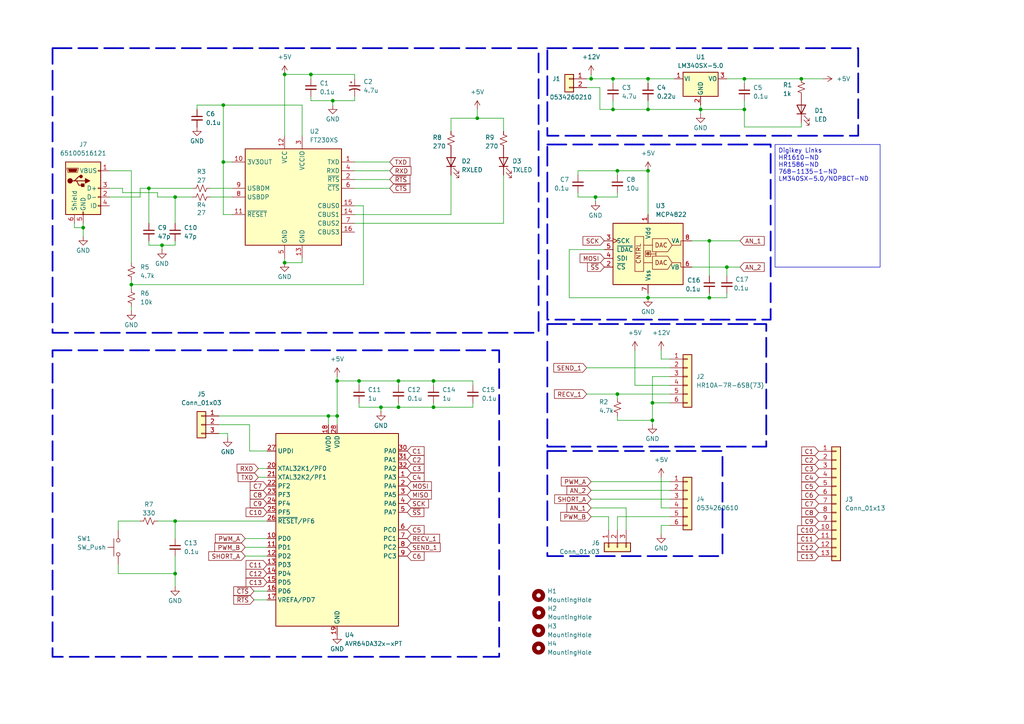
<source format=kicad_sch>
(kicad_sch (version 20231120) (generator "eeschema") (generator_version "8.0")
  (paper "A4")
  (lib_symbols
    (symbol "Analog_DAC:MCP4822" (pin_names (offset 1.016))
      (property "Reference" "U" (at -2.54 10.795 0))
      (property "Value" "MCP4822" (at -2.54 8.89 0))
      (symbol "MCP4822_0_0"
        (text "CNTRL" (at -2.032 -4.191 900) (effects (font (size 1.27 1.27)) (justify left bottom)))
        (text "DAC" (at 3.81 -3.81 0) (effects (font (size 1.27 1.27))))
        (text "DAC" (at 3.81 1.27 0) (effects (font (size 1.27 1.27))))
      )
      (symbol "MCP4822_1_1"
        (pin power_in line (at 0 10.16 270) (length 2.54) (name "Vdd") (number "1"))
        (pin input line (at -12.7 -5.08 0) (length 2.54) (name "~{CS}") (number "2"))
        (pin input clock (at -12.7 2.54 0) (length 2.54) (name "SCK") (number "3"))
        (pin input line (at -12.7 -2.54 0) (length 2.54) (name "SDI") (number "4"))
        (pin input line (at -12.7 0 0) (length 2.54) (name "~{LDAC}") (number "5"))
        (pin output line (at 12.7 -5.08 180) (length 2.54) (name "VB") (number "6"))
        (pin power_in line (at 0 -12.7 90) (length 2.54) (name "Vss") (number "7"))
        (pin output line (at 12.7 2.54 180) (length 2.54) (name "VA") (number "8"))
      )
    )
    (symbol "Connector:USB_B_Mini" (pin_names (offset 1.016))
      (property "Reference" "J" (at -5.08 11.43 0))
      (property "Value" "USB_B_Mini" (at -5.08 8.89 0))
      (symbol "USB_B_Mini_1_1"
        (pin power_out line (at 7.62 5.08 180) (length 2.54) (name "VBUS") (number "1"))
        (pin bidirectional line (at 7.62 -2.54 180) (length 2.54) (name "D-") (number "2"))
        (pin bidirectional line (at 7.62 0 180) (length 2.54) (name "D+") (number "3"))
        (pin passive line (at 7.62 -5.08 180) (length 2.54) (name "ID") (number "4"))
        (pin power_out line (at 0 -10.16 90) (length 2.54) (name "GND") (number "5"))
        (pin passive line (at -2.54 -10.16 90) (length 2.54) (name "Shield") (number "6"))
      )
    )
    (symbol "Connector_Generic:Conn_01x02" (pin_names (offset 1.016) hide)
      (property "Reference" "J" (at 0 2.54 0))
      (property "Value" "Conn_01x02" (at 0 -5.08 0))
      (symbol "Conn_01x02_1_1"
        (pin passive line (at -5.08 0 0) (length 3.81) (name "Pin_1") (number "1"))
        (pin passive line (at -5.08 -2.54 0) (length 3.81) (name "Pin_2") (number "2"))
      )
    )
    (symbol "Connector_Generic:Conn_01x03" (pin_names (offset 1.016) hide)
      (property "Reference" "J" (at 0 5.08 0))
      (property "Value" "Conn_01x03" (at 0 -5.08 0))
      (symbol "Conn_01x03_1_1"
        (pin passive line (at -5.08 2.54 0) (length 3.81) (name "Pin_1") (number "1"))
        (pin passive line (at -5.08 0 0) (length 3.81) (name "Pin_2") (number "2"))
        (pin passive line (at -5.08 -2.54 0) (length 3.81) (name "Pin_3") (number "3"))
      )
    )
    (symbol "Connector_Generic:Conn_01x06" (pin_names (offset 1.016) hide)
      (property "Reference" "J" (at 0 7.62 0))
      (property "Value" "Conn_01x06" (at 0 -10.16 0))
      (symbol "Conn_01x06_1_1"
        (pin passive line (at -5.08 5.08 0) (length 3.81) (name "Pin_1") (number "1"))
        (pin passive line (at -5.08 2.54 0) (length 3.81) (name "Pin_2") (number "2"))
        (pin passive line (at -5.08 0 0) (length 3.81) (name "Pin_3") (number "3"))
        (pin passive line (at -5.08 -2.54 0) (length 3.81) (name "Pin_4") (number "4"))
        (pin passive line (at -5.08 -5.08 0) (length 3.81) (name "Pin_5") (number "5"))
        (pin passive line (at -5.08 -7.62 0) (length 3.81) (name "Pin_6") (number "6"))
      )
    )
    (symbol "Connector_Generic:Conn_01x13" (pin_names (offset 1.016) hide)
      (property "Reference" "J" (at 0 17.78 0))
      (property "Value" "Conn_01x13" (at 0 -17.78 0))
      (symbol "Conn_01x13_1_1"
        (pin passive line (at -5.08 15.24 0) (length 3.81) (name "Pin_1") (number "1"))
        (pin passive line (at -5.08 -7.62 0) (length 3.81) (name "Pin_10") (number "10"))
        (pin passive line (at -5.08 -10.16 0) (length 3.81) (name "Pin_11") (number "11"))
        (pin passive line (at -5.08 -12.7 0) (length 3.81) (name "Pin_12") (number "12"))
        (pin passive line (at -5.08 -15.24 0) (length 3.81) (name "Pin_13") (number "13"))
        (pin passive line (at -5.08 12.7 0) (length 3.81) (name "Pin_2") (number "2"))
        (pin passive line (at -5.08 10.16 0) (length 3.81) (name "Pin_3") (number "3"))
        (pin passive line (at -5.08 7.62 0) (length 3.81) (name "Pin_4") (number "4"))
        (pin passive line (at -5.08 5.08 0) (length 3.81) (name "Pin_5") (number "5"))
        (pin passive line (at -5.08 2.54 0) (length 3.81) (name "Pin_6") (number "6"))
        (pin passive line (at -5.08 0 0) (length 3.81) (name "Pin_7") (number "7"))
        (pin passive line (at -5.08 -2.54 0) (length 3.81) (name "Pin_8") (number "8"))
        (pin passive line (at -5.08 -5.08 0) (length 3.81) (name "Pin_9") (number "9"))
      )
    )
    (symbol "Device:C_Polarized_Small_US" (pin_numbers hide) (pin_names (offset 0.254) hide)
      (property "Reference" "C" (at 0.254 1.778 0))
      (property "Value" "C_Polarized_Small_US" (at 0.254 -2.032 0))
      (symbol "C_Polarized_Small_US_1_1"
        (pin passive line (at 0 2.54 270) (length 2.032) (name "~") (number "1"))
        (pin passive line (at 0 -2.54 90) (length 2.032) (name "~") (number "2"))
      )
    )
    (symbol "Device:C_Small" (pin_numbers hide) (pin_names (offset 0.254) hide)
      (property "Reference" "C" (at 0.254 1.778 0))
      (property "Value" "C_Small" (at 0.254 -2.032 0))
      (symbol "C_Small_1_1"
        (pin passive line (at 0 2.54 270) (length 2.032) (name "~") (number "1"))
        (pin passive line (at 0 -2.54 90) (length 2.032) (name "~") (number "2"))
      )
    )
    (symbol "Device:LED" (pin_numbers hide) (pin_names (offset 1.016) hide)
      (property "Reference" "D" (at 0 2.54 0))
      (property "Value" "LED" (at 0 -2.54 0))
      (symbol "LED_1_1"
        (pin passive line (at -3.81 0 0) (length 2.54) (name "K") (number "1"))
        (pin passive line (at 3.81 0 180) (length 2.54) (name "A") (number "2"))
      )
    )
    (symbol "Device:R_Small_US" (pin_numbers hide) (pin_names (offset 0.254) hide)
      (property "Reference" "R" (at 0.762 0.508 0))
      (property "Value" "R_Small_US" (at 0.762 -1.016 0))
      (symbol "R_Small_US_1_1"
        (pin passive line (at 0 2.54 270) (length 1.016) (name "~") (number "1"))
        (pin passive line (at 0 -2.54 90) (length 1.016) (name "~") (number "2"))
      )
    )
    (symbol "Interface_USB:FT230XS"
      (property "Reference" "U" (at -13.97 15.24 0))
      (property "Value" "FT230XS" (at 7.62 15.24 0))
      (symbol "FT230XS_1_1"
        (pin output line (at 17.78 10.16 180) (length 3.81) (name "TXD") (number "1"))
        (pin power_out line (at -17.78 10.16 0) (length 3.81) (name "3V3OUT") (number "10"))
        (pin input line (at -17.78 -5.08 0) (length 3.81) (name "~{RESET}") (number "11"))
        (pin power_in line (at -2.54 17.78 270) (length 3.81) (name "VCC") (number "12"))
        (pin power_in line (at 2.54 -17.78 90) (length 3.81) (name "GND") (number "13"))
        (pin bidirectional line (at 17.78 -5.08 180) (length 3.81) (name "CBUS1") (number "14"))
        (pin bidirectional line (at 17.78 -2.54 180) (length 3.81) (name "CBUS0") (number "15"))
        (pin bidirectional line (at 17.78 -10.16 180) (length 3.81) (name "CBUS3") (number "16"))
        (pin output line (at 17.78 5.08 180) (length 3.81) (name "~{RTS}") (number "2"))
        (pin power_in line (at 2.54 17.78 270) (length 3.81) (name "VCCIO") (number "3"))
        (pin input line (at 17.78 7.62 180) (length 3.81) (name "RXD") (number "4"))
        (pin power_in line (at -2.54 -17.78 90) (length 3.81) (name "GND") (number "5"))
        (pin input line (at 17.78 2.54 180) (length 3.81) (name "~{CTS}") (number "6"))
        (pin bidirectional line (at 17.78 -7.62 180) (length 3.81) (name "CBUS2") (number "7"))
        (pin bidirectional line (at -17.78 0 0) (length 3.81) (name "USBDP") (number "8"))
        (pin bidirectional line (at -17.78 2.54 0) (length 3.81) (name "USBDM") (number "9"))
      )
    )
    (symbol "MCU_Microchip_AVR_Dx:AVR64DA32x-xPT"
      (property "Reference" "U" (at -17.78 29.21 0))
      (property "Value" "AVR64DA32x-xPT" (at 2.54 -29.21 0))
      (symbol "AVR64DA32x-xPT_1_1"
        (pin bidirectional line (at 20.32 15.24 180) (length 2.54) (name "PA3") (number "1"))
        (pin bidirectional line (at -20.32 -2.54 0) (length 2.54) (name "PD0") (number "10"))
        (pin bidirectional line (at -20.32 -5.08 0) (length 2.54) (name "PD1") (number "11"))
        (pin bidirectional line (at -20.32 -7.62 0) (length 2.54) (name "PD2") (number "12"))
        (pin bidirectional line (at -20.32 -10.16 0) (length 2.54) (name "PD3") (number "13"))
        (pin bidirectional line (at -20.32 -12.7 0) (length 2.54) (name "PD4") (number "14"))
        (pin bidirectional line (at -20.32 -15.24 0) (length 2.54) (name "PD5") (number "15"))
        (pin bidirectional line (at -20.32 -17.78 0) (length 2.54) (name "PD6") (number "16"))
        (pin bidirectional line (at -20.32 -20.32 0) (length 2.54) (name "VREFA/PD7") (number "17"))
        (pin power_in line (at -2.54 30.48 270) (length 2.54) (name "AVDD") (number "18"))
        (pin power_in line (at 0 -30.48 90) (length 2.54) (name "GND") (number "19"))
        (pin bidirectional line (at 20.32 12.7 180) (length 2.54) (name "PA4") (number "2"))
        (pin bidirectional line (at -20.32 17.78 0) (length 2.54) (name "XTAL32K1/PF0") (number "20"))
        (pin bidirectional line (at -20.32 15.24 0) (length 2.54) (name "XTAL32K2/PF1") (number "21"))
        (pin bidirectional line (at -20.32 12.7 0) (length 2.54) (name "PF2") (number "22"))
        (pin bidirectional line (at -20.32 10.16 0) (length 2.54) (name "PF3") (number "23"))
        (pin bidirectional line (at -20.32 7.62 0) (length 2.54) (name "PF4") (number "24"))
        (pin bidirectional line (at -20.32 5.08 0) (length 2.54) (name "PF5") (number "25"))
        (pin bidirectional line (at -20.32 2.54 0) (length 2.54) (name "~{RESET}/PF6") (number "26"))
        (pin input line (at -20.32 22.86 0) (length 2.54) (name "UPDI") (number "27"))
        (pin power_in line (at 0 30.48 270) (length 2.54) (name "VDD") (number "28"))
        (pin passive line (at 0 -30.48 90) (length 2.54) hide (name "GND") (number "29"))
        (pin bidirectional line (at 20.32 10.16 180) (length 2.54) (name "PA5") (number "3"))
        (pin bidirectional line (at 20.32 22.86 180) (length 2.54) (name "PA0") (number "30"))
        (pin bidirectional line (at 20.32 20.32 180) (length 2.54) (name "PA1") (number "31"))
        (pin bidirectional line (at 20.32 17.78 180) (length 2.54) (name "PA2") (number "32"))
        (pin bidirectional line (at 20.32 7.62 180) (length 2.54) (name "PA6") (number "4"))
        (pin bidirectional line (at 20.32 5.08 180) (length 2.54) (name "PA7") (number "5"))
        (pin bidirectional line (at 20.32 0 180) (length 2.54) (name "PC0") (number "6"))
        (pin bidirectional line (at 20.32 -2.54 180) (length 2.54) (name "PC1") (number "7"))
        (pin bidirectional line (at 20.32 -5.08 180) (length 2.54) (name "PC2") (number "8"))
        (pin bidirectional line (at 20.32 -7.62 180) (length 2.54) (name "PC3") (number "9"))
      )
    )
    (symbol "Mechanical:MountingHole" (pin_names (offset 1.016)) (exclude_from_sim yes) (in_bom no)
      (property "Reference" "H" (at 0 5.08 0))
      (property "Value" "MountingHole" (at 0 3.175 0))
    )
    (symbol "Regulator_Linear:LT1129-5.0_SOT223" (pin_names (offset 0.254))
      (property "Reference" "U" (at -3.81 3.175 0))
      (property "Value" "LT1129-5.0_SOT223" (at 0 3.175 0))
      (symbol "LT1129-5.0_SOT223_1_1"
        (pin power_in line (at -7.62 0 0) (length 2.54) (name "VI") (number "1"))
        (pin power_in line (at 0 -7.62 90) (length 2.54) (name "GND") (number "2"))
        (pin power_out line (at 7.62 0 180) (length 2.54) (name "VO") (number "3"))
      )
    )
    (symbol "Switch:SW_Push" (pin_numbers hide) (pin_names (offset 1.016) hide)
      (property "Reference" "SW" (at 1.27 2.54 0))
      (property "Value" "SW_Push" (at 0 -1.524 0))
      (symbol "SW_Push_0_1"
        (pin passive line (at -5.08 0 0) (length 2.54) (name "1") (number "1"))
        (pin passive line (at 5.08 0 180) (length 2.54) (name "2") (number "2"))
      )
    )
    (symbol "power:+12V" (power) (pin_numbers hide) (pin_names (offset 0) hide)
      (property "Value" "+12V" (at 0 3.556 0))
      (symbol "+12V_1_1"
        (pin power_in line (at 0 0 90) (length 0) (name "~") (number "1"))
      )
    )
    (symbol "power:+5V" (power) (pin_numbers hide) (pin_names (offset 0) hide)
      (property "Value" "+5V" (at 0 3.556 0))
      (symbol "+5V_1_1"
        (pin power_in line (at 0 0 90) (length 0) (name "~") (number "1"))
      )
    )
    (symbol "power:GND" (power) (pin_numbers hide) (pin_names (offset 0) hide)
      (property "Value" "GND" (at 0 -3.81 0))
      (symbol "GND_1_1"
        (pin power_in line (at 0 0 270) (length 0) (name "~") (number "1"))
      )
    )
  )
  (junction (at 115.57 118.11))
  (junction (at 104.14 110.49))
  (junction (at 97.79 120.65))
  (junction (at 64.77 30.48))
  (junction (at 189.23 121.92))
  (junction (at 46.99 71.12))
  (junction (at 187.96 22.86))
  (junction (at 82.55 21.59))
  (junction (at 90.17 21.59))
  (junction (at 232.41 22.86))
  (junction (at 43.18 54.61))
  (junction (at 24.13 66.04))
  (junction (at 38.1 82.55))
  (junction (at 50.8 57.15))
  (junction (at 205.74 86.36))
  (junction (at 205.74 69.85))
  (junction (at 82.55 76.2))
  (junction (at 203.2 31.75))
  (junction (at 96.52 29.21))
  (junction (at 187.96 49.53))
  (junction (at 215.9 22.86))
  (junction (at 187.96 31.75))
  (junction (at 64.77 46.99))
  (junction (at 138.43 34.29))
  (junction (at 95.25 120.65))
  (junction (at 125.73 110.49))
  (junction (at 177.8 31.75))
  (junction (at 215.9 31.75))
  (junction (at 110.49 118.11))
  (junction (at 187.96 86.36))
  (junction (at 171.45 22.86))
  (junction (at 210.82 77.47))
  (junction (at 179.07 114.3))
  (junction (at 177.8 22.86))
  (junction (at 97.79 110.49))
  (junction (at 115.57 110.49))
  (junction (at 179.07 49.53))
  (junction (at 172.72 57.15))
  (junction (at 189.23 116.84))
  (junction (at 50.8 151.13))
  (junction (at 50.8 166.37))
  (junction (at 125.73 118.11))
  (wire (pts (xy 215.9 31.75) (xy 215.9 29.21)))
  (wire (pts (xy 97.79 120.65) (xy 97.79 123.19)))
  (wire (pts (xy 203.2 31.75) (xy 215.9 31.75)))
  (wire (pts (xy 179.07 149.86) (xy 194.31 149.86)))
  (wire (pts (xy 64.77 46.99) (xy 67.31 46.99)))
  (wire (pts (xy 205.74 86.36) (xy 210.82 86.36)))
  (wire (pts (xy 146.05 64.77) (xy 102.87 64.77)))
  (wire (pts (xy 170.18 22.86) (xy 171.45 22.86)))
  (wire (pts (xy 125.73 118.11) (xy 137.16 118.11)))
  (wire (pts (xy 177.8 22.86) (xy 187.96 22.86)))
  (wire (pts (xy 64.77 30.48) (xy 64.77 46.99)))
  (wire (pts (xy 72.39 130.81) (xy 77.47 130.81)))
  (wire (pts (xy 43.18 69.85) (xy 43.18 71.12)))
  (wire (pts (xy 115.57 118.11) (xy 125.73 118.11)))
  (wire (pts (xy 104.14 116.84) (xy 104.14 118.11)))
  (wire (pts (xy 71.12 156.21) (xy 77.47 156.21)))
  (wire (pts (xy 179.07 49.53) (xy 179.07 50.8)))
  (wire (pts (xy 102.87 54.61) (xy 113.03 54.61)))
  (wire (pts (xy 130.81 62.23) (xy 102.87 62.23)))
  (wire (pts (xy 184.15 111.76) (xy 194.31 111.76)))
  (wire (pts (xy 189.23 109.22) (xy 189.23 116.84)))
  (wire (pts (xy 171.45 142.24) (xy 194.31 142.24)))
  (wire (pts (xy 187.96 29.21) (xy 187.96 31.75)))
  (wire (pts (xy 110.49 118.11) (xy 110.49 119.38)))
  (wire (pts (xy 130.81 50.8) (xy 130.81 62.23)))
  (wire (pts (xy 102.87 46.99) (xy 113.03 46.99)))
  (wire (pts (xy 191.77 101.6) (xy 191.77 104.14)))
  (wire (pts (xy 40.64 54.61) (xy 43.18 54.61)))
  (wire (pts (xy 66.04 125.73) (xy 66.04 127)))
  (wire (pts (xy 210.82 22.86) (xy 215.9 22.86)))
  (wire (pts (xy 34.29 166.37) (xy 34.29 163.83)))
  (wire (pts (xy 90.17 27.94) (xy 90.17 29.21)))
  (wire (pts (xy 50.8 57.15) (xy 50.8 64.77)))
  (wire (pts (xy 97.79 110.49) (xy 97.79 120.65)))
  (wire (pts (xy 34.29 166.37) (xy 50.8 166.37)))
  (wire (pts (xy 115.57 110.49) (xy 125.73 110.49)))
  (wire (pts (xy 102.87 52.07) (xy 113.03 52.07)))
  (wire (pts (xy 189.23 116.84) (xy 194.31 116.84)))
  (wire (pts (xy 34.29 151.13) (xy 34.29 153.67)))
  (wire (pts (xy 187.96 62.23) (xy 187.96 49.53)))
  (wire (pts (xy 177.8 29.21) (xy 177.8 31.75)))
  (wire (pts (xy 95.25 123.19) (xy 95.25 120.65)))
  (wire (pts (xy 189.23 121.92) (xy 189.23 116.84)))
  (wire (pts (xy 110.49 118.11) (xy 115.57 118.11)))
  (wire (pts (xy 203.2 31.75) (xy 203.2 33.02)))
  (wire (pts (xy 82.55 21.59) (xy 90.17 21.59)))
  (wire (pts (xy 187.96 24.13) (xy 187.96 22.86)))
  (wire (pts (xy 46.99 71.12) (xy 46.99 72.39)))
  (wire (pts (xy 71.12 158.75) (xy 77.47 158.75)))
  (wire (pts (xy 21.59 66.04) (xy 24.13 66.04)))
  (wire (pts (xy 179.07 121.92) (xy 189.23 121.92)))
  (wire (pts (xy 125.73 116.84) (xy 125.73 118.11)))
  (wire (pts (xy 179.07 114.3) (xy 194.31 114.3)))
  (wire (pts (xy 87.63 30.48) (xy 64.77 30.48)))
  (wire (pts (xy 167.64 57.15) (xy 167.64 55.88)))
  (wire (pts (xy 215.9 36.83) (xy 232.41 36.83)))
  (wire (pts (xy 38.1 82.55) (xy 38.1 81.28)))
  (wire (pts (xy 72.39 130.81) (xy 72.39 123.19)))
  (wire (pts (xy 179.07 120.65) (xy 179.07 121.92)))
  (wire (pts (xy 40.64 57.15) (xy 40.64 54.61)))
  (wire (pts (xy 210.82 86.36) (xy 210.82 85.09)))
  (wire (pts (xy 97.79 109.22) (xy 97.79 110.49)))
  (wire (pts (xy 200.66 77.47) (xy 210.82 77.47)))
  (wire (pts (xy 45.72 55.88) (xy 35.56 55.88)))
  (wire (pts (xy 45.72 57.15) (xy 45.72 55.88)))
  (wire (pts (xy 90.17 29.21) (xy 96.52 29.21)))
  (wire (pts (xy 71.12 161.29) (xy 77.47 161.29)))
  (wire (pts (xy 165.1 72.39) (xy 165.1 86.36)))
  (wire (pts (xy 187.96 22.86) (xy 195.58 22.86)))
  (wire (pts (xy 179.07 49.53) (xy 167.64 49.53)))
  (wire (pts (xy 104.14 110.49) (xy 115.57 110.49)))
  (wire (pts (xy 171.45 147.32) (xy 181.61 147.32)))
  (wire (pts (xy 215.9 22.86) (xy 215.9 24.13)))
  (wire (pts (xy 189.23 109.22) (xy 194.31 109.22)))
  (wire (pts (xy 176.53 149.86) (xy 176.53 153.67)))
  (wire (pts (xy 57.15 30.48) (xy 57.15 31.75)))
  (wire (pts (xy 43.18 54.61) (xy 43.18 64.77)))
  (wire (pts (xy 38.1 82.55) (xy 105.41 82.55)))
  (wire (pts (xy 210.82 77.47) (xy 214.63 77.47)))
  (wire (pts (xy 87.63 39.37) (xy 87.63 30.48)))
  (wire (pts (xy 171.45 139.7) (xy 194.31 139.7)))
  (wire (pts (xy 73.66 171.45) (xy 77.47 171.45)))
  (wire (pts (xy 72.39 123.19) (xy 63.5 123.19)))
  (wire (pts (xy 191.77 138.43) (xy 191.77 147.32)))
  (wire (pts (xy 175.26 72.39) (xy 165.1 72.39)))
  (wire (pts (xy 205.74 86.36) (xy 205.74 85.09)))
  (wire (pts (xy 189.23 123.19) (xy 189.23 121.92)))
  (wire (pts (xy 43.18 71.12) (xy 46.99 71.12)))
  (wire (pts (xy 43.18 54.61) (xy 55.88 54.61)))
  (wire (pts (xy 171.45 21.59) (xy 171.45 22.86)))
  (wire (pts (xy 38.1 90.17) (xy 38.1 88.9)))
  (wire (pts (xy 64.77 30.48) (xy 57.15 30.48)))
  (wire (pts (xy 130.81 34.29) (xy 130.81 38.1)))
  (wire (pts (xy 21.59 64.77) (xy 21.59 66.04)))
  (wire (pts (xy 46.99 71.12) (xy 50.8 71.12)))
  (wire (pts (xy 50.8 151.13) (xy 77.47 151.13)))
  (wire (pts (xy 179.07 114.3) (xy 179.07 115.57)))
  (wire (pts (xy 187.96 86.36) (xy 205.74 86.36)))
  (wire (pts (xy 45.72 151.13) (xy 50.8 151.13)))
  (wire (pts (xy 35.56 54.61) (xy 31.75 54.61)))
  (wire (pts (xy 179.07 55.88) (xy 179.07 57.15)))
  (wire (pts (xy 181.61 147.32) (xy 181.61 153.67)))
  (wire (pts (xy 67.31 62.23) (xy 64.77 62.23)))
  (wire (pts (xy 170.18 114.3) (xy 179.07 114.3)))
  (wire (pts (xy 50.8 161.29) (xy 50.8 166.37)))
  (wire (pts (xy 125.73 110.49) (xy 125.73 111.76)))
  (wire (pts (xy 40.64 151.13) (xy 34.29 151.13)))
  (wire (pts (xy 137.16 118.11) (xy 137.16 116.84)))
  (wire (pts (xy 74.93 135.89) (xy 77.47 135.89)))
  (wire (pts (xy 104.14 118.11) (xy 110.49 118.11)))
  (wire (pts (xy 167.64 49.53) (xy 167.64 50.8)))
  (wire (pts (xy 38.1 76.2) (xy 38.1 49.53)))
  (wire (pts (xy 187.96 85.09) (xy 187.96 86.36)))
  (wire (pts (xy 97.79 120.65) (xy 95.25 120.65)))
  (wire (pts (xy 105.41 59.69) (xy 105.41 82.55)))
  (wire (pts (xy 50.8 57.15) (xy 45.72 57.15)))
  (wire (pts (xy 170.18 25.4) (xy 173.99 25.4)))
  (wire (pts (xy 173.99 25.4) (xy 173.99 31.75)))
  (wire (pts (xy 63.5 125.73) (xy 66.04 125.73)))
  (wire (pts (xy 179.07 49.53) (xy 187.96 49.53)))
  (wire (pts (xy 172.72 57.15) (xy 167.64 57.15)))
  (wire (pts (xy 24.13 66.04) (xy 24.13 64.77)))
  (wire (pts (xy 232.41 22.86) (xy 238.76 22.86)))
  (wire (pts (xy 102.87 27.94) (xy 102.87 29.21)))
  (wire (pts (xy 64.77 46.99) (xy 64.77 62.23)))
  (wire (pts (xy 177.8 22.86) (xy 177.8 24.13)))
  (wire (pts (xy 90.17 21.59) (xy 102.87 21.59)))
  (wire (pts (xy 173.99 31.75) (xy 177.8 31.75)))
  (wire (pts (xy 146.05 50.8) (xy 146.05 64.77)))
  (wire (pts (xy 82.55 74.93) (xy 82.55 76.2)))
  (wire (pts (xy 177.8 31.75) (xy 187.96 31.75)))
  (wire (pts (xy 215.9 22.86) (xy 232.41 22.86)))
  (wire (pts (xy 125.73 110.49) (xy 137.16 110.49)))
  (wire (pts (xy 104.14 110.49) (xy 104.14 111.76)))
  (wire (pts (xy 146.05 34.29) (xy 146.05 38.1)))
  (wire (pts (xy 179.07 153.67) (xy 179.07 149.86)))
  (wire (pts (xy 102.87 59.69) (xy 105.41 59.69)))
  (wire (pts (xy 24.13 66.04) (xy 24.13 68.58)))
  (wire (pts (xy 90.17 21.59) (xy 90.17 22.86)))
  (wire (pts (xy 171.45 144.78) (xy 194.31 144.78)))
  (wire (pts (xy 172.72 57.15) (xy 172.72 58.42)))
  (wire (pts (xy 170.18 106.68) (xy 194.31 106.68)))
  (wire (pts (xy 138.43 34.29) (xy 146.05 34.29)))
  (wire (pts (xy 165.1 86.36) (xy 187.96 86.36)))
  (wire (pts (xy 102.87 49.53) (xy 113.03 49.53)))
  (wire (pts (xy 74.93 138.43) (xy 77.47 138.43)))
  (wire (pts (xy 200.66 69.85) (xy 205.74 69.85)))
  (wire (pts (xy 187.96 31.75) (xy 203.2 31.75)))
  (wire (pts (xy 35.56 55.88) (xy 35.56 54.61)))
  (wire (pts (xy 205.74 69.85) (xy 205.74 80.01)))
  (wire (pts (xy 31.75 57.15) (xy 40.64 57.15)))
  (wire (pts (xy 191.77 152.4) (xy 191.77 154.94)))
  (wire (pts (xy 50.8 166.37) (xy 50.8 170.18)))
  (wire (pts (xy 171.45 22.86) (xy 177.8 22.86)))
  (wire (pts (xy 184.15 101.6) (xy 184.15 111.76)))
  (wire (pts (xy 115.57 110.49) (xy 115.57 111.76)))
  (wire (pts (xy 194.31 147.32) (xy 191.77 147.32)))
  (wire (pts (xy 50.8 151.13) (xy 50.8 156.21)))
  (wire (pts (xy 97.79 110.49) (xy 104.14 110.49)))
  (wire (pts (xy 63.5 120.65) (xy 95.25 120.65)))
  (wire (pts (xy 87.63 76.2) (xy 82.55 76.2)))
  (wire (pts (xy 60.96 54.61) (xy 67.31 54.61)))
  (wire (pts (xy 171.45 149.86) (xy 176.53 149.86)))
  (wire (pts (xy 179.07 57.15) (xy 172.72 57.15)))
  (wire (pts (xy 210.82 77.47) (xy 210.82 80.01)))
  (wire (pts (xy 215.9 31.75) (xy 215.9 36.83)))
  (wire (pts (xy 191.77 104.14) (xy 194.31 104.14)))
  (wire (pts (xy 50.8 71.12) (xy 50.8 69.85)))
  (wire (pts (xy 138.43 34.29) (xy 130.81 34.29)))
  (wire (pts (xy 50.8 57.15) (xy 55.88 57.15)))
  (wire (pts (xy 60.96 57.15) (xy 67.31 57.15)))
  (wire (pts (xy 38.1 83.82) (xy 38.1 82.55)))
  (wire (pts (xy 82.55 39.37) (xy 82.55 21.59)))
  (wire (pts (xy 191.77 152.4) (xy 194.31 152.4)))
  (wire (pts (xy 203.2 30.48) (xy 203.2 31.75)))
  (wire (pts (xy 96.52 29.21) (xy 96.52 30.48)))
  (wire (pts (xy 115.57 118.11) (xy 115.57 116.84)))
  (wire (pts (xy 138.43 31.75) (xy 138.43 34.29)))
  (wire (pts (xy 73.66 173.99) (xy 77.47 173.99)))
  (wire (pts (xy 232.41 36.83) (xy 232.41 35.56)))
  (wire (pts (xy 87.63 74.93) (xy 87.63 76.2)))
  (wire (pts (xy 38.1 49.53) (xy 31.75 49.53)))
  (wire (pts (xy 96.52 29.21) (xy 102.87 29.21)))
  (wire (pts (xy 137.16 110.49) (xy 137.16 111.76)))
  (wire (pts (xy 205.74 69.85) (xy 214.63 69.85)))
  (wire (pts (xy 102.87 21.59) (xy 102.87 22.86)))
  (rectangle (start 158.75 93.98) (end 222.25 129.54) (stroke (width 0.5) (type dash)))
  (rectangle (start 158.75 41.91) (end 223.52 92.71) (stroke (width 0.5) (type dash)))
  (rectangle (start 15.24 13.97) (end 156.21 96.52) (stroke (width 0.5) (type dash)))
  (rectangle (start 158.75 13.97) (end 248.92 39.37) (stroke (width 0.5) (type dash)))
  (rectangle (start 158.75 130.81) (end 209.55 161.29) (stroke (width 0.5) (type dash)))
  (rectangle (start 15.24 101.6) (end 144.78 190.5) (stroke (width 0.5) (type dash)))
  (text_box "Digikey Links\nHR1610-ND\nHR1586-ND\n768-1135-1-ND\nLM340SX-5.0/NOPBCT-ND" (at 224.79 41.91 0) (size 30.48 35.56) (effects (font (size 1.27 1.27)) (justify left top)))
  (global_label "RXD" (shape input) (at 113.03 49.53 0) (property "Intersheetrefs" "${INTERSHEET_REFS}" (effects (hide yes))))
  (global_label "C11" (shape input) (at 237.4325 156.2833 180) (property "Intersheetrefs" "${INTERSHEET_REFS}" (effects (hide yes))))
  (global_label "PWM_A" (shape input) (at 171.45 139.7 180) (property "Intersheetrefs" "${INTERSHEET_REFS}" (effects (hide yes))))
  (global_label "SEND_1" (shape input) (at 170.18 106.68 180) (property "Intersheetrefs" "${INTERSHEET_REFS}" (effects (hide yes))))
  (global_label "C13" (shape input) (at 77.47 168.91 180) (property "Intersheetrefs" "${INTERSHEET_REFS}" (effects (hide yes))))
  (global_label "SCK" (shape input) (at 175.26 69.85 180) (property "Intersheetrefs" "${INTERSHEET_REFS}" (effects (hide yes))))
  (global_label "C6" (shape input) (at 118.11 161.29 0) (property "Intersheetrefs" "${INTERSHEET_REFS}" (effects (hide yes))))
  (global_label "C10" (shape input) (at 237.4325 153.7433 180) (property "Intersheetrefs" "${INTERSHEET_REFS}" (effects (hide yes))))
  (global_label "~{CTS}" (shape input) (at 113.03 54.61 0) (property "Intersheetrefs" "${INTERSHEET_REFS}" (effects (hide yes))))
  (global_label "TXD" (shape input) (at 74.93 138.43 180) (property "Intersheetrefs" "${INTERSHEET_REFS}" (effects (hide yes))))
  (global_label "TXD" (shape input) (at 113.03 46.99 0) (property "Intersheetrefs" "${INTERSHEET_REFS}" (effects (hide yes))))
  (global_label "C8" (shape input) (at 237.4325 148.6633 180) (property "Intersheetrefs" "${INTERSHEET_REFS}" (effects (hide yes))))
  (global_label "SHORT_A" (shape input) (at 71.12 161.29 180) (property "Intersheetrefs" "${INTERSHEET_REFS}" (effects (hide yes))))
  (global_label "AN_1" (shape input) (at 214.63 69.85 0) (property "Intersheetrefs" "${INTERSHEET_REFS}" (effects (hide yes))))
  (global_label "PWM_A" (shape input) (at 71.12 156.21 180) (property "Intersheetrefs" "${INTERSHEET_REFS}" (effects (hide yes))))
  (global_label "PWM_B" (shape input) (at 171.45 149.86 180) (property "Intersheetrefs" "${INTERSHEET_REFS}" (effects (hide yes))))
  (global_label "MOSI" (shape input) (at 175.26 74.93 180) (property "Intersheetrefs" "${INTERSHEET_REFS}" (effects (hide yes))))
  (global_label "C1" (shape input) (at 118.11 130.81 0) (property "Intersheetrefs" "${INTERSHEET_REFS}" (effects (hide yes))))
  (global_label "C5" (shape input) (at 118.11 153.67 0) (property "Intersheetrefs" "${INTERSHEET_REFS}" (effects (hide yes))))
  (global_label "C12" (shape input) (at 237.4325 158.8233 180) (property "Intersheetrefs" "${INTERSHEET_REFS}" (effects (hide yes))))
  (global_label "RECV_1" (shape input) (at 170.18 114.3 180) (property "Intersheetrefs" "${INTERSHEET_REFS}" (effects (hide yes))))
  (global_label "C9" (shape input) (at 237.4325 151.2033 180) (property "Intersheetrefs" "${INTERSHEET_REFS}" (effects (hide yes))))
  (global_label "C7" (shape input) (at 77.47 140.97 180) (property "Intersheetrefs" "${INTERSHEET_REFS}" (effects (hide yes))))
  (global_label "RXD" (shape input) (at 74.93 135.89 180) (property "Intersheetrefs" "${INTERSHEET_REFS}" (effects (hide yes))))
  (global_label "~{CTS}" (shape input) (at 73.66 171.45 180) (property "Intersheetrefs" "${INTERSHEET_REFS}" (effects (hide yes))))
  (global_label "C8" (shape input) (at 77.47 143.51 180) (property "Intersheetrefs" "${INTERSHEET_REFS}" (effects (hide yes))))
  (global_label "C3" (shape input) (at 118.11 135.89 0) (property "Intersheetrefs" "${INTERSHEET_REFS}" (effects (hide yes))))
  (global_label "C6" (shape input) (at 237.4325 143.5833 180) (property "Intersheetrefs" "${INTERSHEET_REFS}" (effects (hide yes))))
  (global_label "~{RTS}" (shape input) (at 73.66 173.99 180) (property "Intersheetrefs" "${INTERSHEET_REFS}" (effects (hide yes))))
  (global_label "C11" (shape input) (at 77.47 163.83 180) (property "Intersheetrefs" "${INTERSHEET_REFS}" (effects (hide yes))))
  (global_label "C13" (shape input) (at 237.4325 161.3633 180) (property "Intersheetrefs" "${INTERSHEET_REFS}" (effects (hide yes))))
  (global_label "C2" (shape input) (at 237.4325 133.4233 180) (property "Intersheetrefs" "${INTERSHEET_REFS}" (effects (hide yes))))
  (global_label "SCK" (shape input) (at 118.11 146.05 0) (property "Intersheetrefs" "${INTERSHEET_REFS}" (effects (hide yes))))
  (global_label "C4" (shape input) (at 118.11 138.43 0) (property "Intersheetrefs" "${INTERSHEET_REFS}" (effects (hide yes))))
  (global_label "~{SS}" (shape input) (at 118.11 148.59 0) (property "Intersheetrefs" "${INTERSHEET_REFS}" (effects (hide yes))))
  (global_label "AN_2" (shape input) (at 171.45 142.24 180) (property "Intersheetrefs" "${INTERSHEET_REFS}" (effects (hide yes))))
  (global_label "SHORT_A" (shape input) (at 171.45 144.78 180) (property "Intersheetrefs" "${INTERSHEET_REFS}" (effects (hide yes))))
  (global_label "MISO" (shape input) (at 118.11 143.51 0) (property "Intersheetrefs" "${INTERSHEET_REFS}" (effects (hide yes))))
  (global_label "SEND_1" (shape input) (at 118.11 158.75 0) (property "Intersheetrefs" "${INTERSHEET_REFS}" (effects (hide yes))))
  (global_label "MOSI" (shape input) (at 118.11 140.97 0) (property "Intersheetrefs" "${INTERSHEET_REFS}" (effects (hide yes))))
  (global_label "PWM_B" (shape input) (at 71.12 158.75 180) (property "Intersheetrefs" "${INTERSHEET_REFS}" (effects (hide yes))))
  (global_label "~{SS}" (shape input) (at 175.26 77.47 180) (property "Intersheetrefs" "${INTERSHEET_REFS}" (effects (hide yes))))
  (global_label "C2" (shape input) (at 118.11 133.35 0) (property "Intersheetrefs" "${INTERSHEET_REFS}" (effects (hide yes))))
  (global_label "AN_1" (shape input) (at 171.45 147.32 180) (property "Intersheetrefs" "${INTERSHEET_REFS}" (effects (hide yes))))
  (global_label "C1" (shape input) (at 237.4325 130.8833 180) (property "Intersheetrefs" "${INTERSHEET_REFS}" (effects (hide yes))))
  (global_label "C12" (shape input) (at 77.47 166.37 180) (property "Intersheetrefs" "${INTERSHEET_REFS}" (effects (hide yes))))
  (global_label "C10" (shape input) (at 77.47 148.59 180) (property "Intersheetrefs" "${INTERSHEET_REFS}" (effects (hide yes))))
  (global_label "C4" (shape input) (at 237.4325 138.5033 180) (property "Intersheetrefs" "${INTERSHEET_REFS}" (effects (hide yes))))
  (global_label "RECV_1" (shape input) (at 118.11 156.21 0) (property "Intersheetrefs" "${INTERSHEET_REFS}" (effects (hide yes))))
  (global_label "C3" (shape input) (at 237.4325 135.9633 180) (property "Intersheetrefs" "${INTERSHEET_REFS}" (effects (hide yes))))
  (global_label "~{RTS}" (shape input) (at 113.03 52.07 0) (property "Intersheetrefs" "${INTERSHEET_REFS}" (effects (hide yes))))
  (global_label "AN_2" (shape input) (at 214.63 77.47 0) (property "Intersheetrefs" "${INTERSHEET_REFS}" (effects (hide yes))))
  (global_label "C7" (shape input) (at 237.4325 146.1233 180) (property "Intersheetrefs" "${INTERSHEET_REFS}" (effects (hide yes))))
  (global_label "C5" (shape input) (at 237.4325 141.0433 180) (property "Intersheetrefs" "${INTERSHEET_REFS}" (effects (hide yes))))
  (global_label "C9" (shape input) (at 77.47 146.05 180) (property "Intersheetrefs" "${INTERSHEET_REFS}" (effects (hide yes))))
  (symbol (lib_id "Device:C_Small") (at 104.14 114.3 0) (unit 1)
    (property "Reference" "C11" (at 106.68 113.0362 0) (effects (justify left)))
    (property "Value" "1u" (at 106.68 115.5762 0) (effects (justify left)))
    (property "Footprint" "Capacitor_SMD:C_0805_2012Metric" (effects (hide yes)))
    (property "Description" "Unpolarized capacitor, small symbol" (effects (hide yes)))
  )
  (symbol (lib_id "Device:C_Polarized_Small_US") (at 102.87 25.4 0) (unit 1)
    (property "Reference" "C2" (at 105.41 23.6981 0) (effects (justify left)))
    (property "Value" "4.7u" (at 105.41 26.2381 0) (effects (justify left)))
    (property "Footprint" "Capacitor_SMD:C_0805_2012Metric" (effects (hide yes)))
    (property "Description" "Polarized capacitor, small US symbol" (effects (hide yes)))
  )
  (symbol (lib_id "power:+12V") (at 171.45 21.59 0) (unit 1)
    (property "Reference" "#PWR02" (effects (hide yes)))
    (property "Value" "+12V" (at 171.45 16.51 0))
    (property "Description" "Power symbol creates a global label with name \"+12V\"" (effects (hide yes)))
  )
  (symbol (lib_id "Switch:SW_Push") (at 34.29 158.75 90) (unit 1)
    (property "Reference" "SW1" (at 22.352 156.21 90) (effects (justify right)))
    (property "Value" "SW_Push" (at 22.352 158.75 90) (effects (justify right)))
    (property "Footprint" "Button_Switch_SMD:SW_SPST_FSMSM" (effects (hide yes)))
    (property "Description" "Push button switch, generic, two pins" (effects (hide yes)))
  )
  (symbol (lib_id "Device:C_Small") (at 187.96 26.67 0) (unit 1)
    (property "Reference" "C4" (at 190.5 25.4062 0) (effects (justify left)))
    (property "Value" "0.22u" (at 190.5 27.9462 0) (effects (justify left)))
    (property "Footprint" "Capacitor_SMD:C_0805_2012Metric" (effects (hide yes)))
    (property "Description" "Unpolarized capacitor, small symbol" (effects (hide yes)))
  )
  (symbol (lib_id "Connector_Generic:Conn_01x13") (at 242.5125 146.1233 0) (unit 1)
    (property "Reference" "J3" (at 245.0525 144.8532 0) (effects (justify left)))
    (property "Value" "Conn_01x13" (at 245.0525 147.3932 0) (effects (justify left)))
    (property "Footprint" "Connector_PinHeader_2.54mm:PinHeader_1x13_P2.54mm_Vertical" (effects (hide yes)))
    (property "Description" "Generic connector, single row, 01x13, script generated (kicad-library-utils/schlib/autogen/connector/)" (effects (hide yes)))
  )
  (symbol (lib_id "Connector_Generic:Conn_01x03") (at 179.07 158.75 90) (mirror x) (unit 1)
    (property "Reference" "J6" (at 173.99 157.4799 90) (effects (justify left)))
    (property "Value" "Conn_01x03" (at 173.99 160.0199 90) (effects (justify left)))
    (property "Footprint" "Connector_PinHeader_2.54mm:PinHeader_1x03_P2.54mm_Vertical" (effects (hide yes)))
    (property "Description" "Generic connector, single row, 01x03, script generated (kicad-library-utils/schlib/autogen/connector/)" (effects (hide yes)))
  )
  (symbol (lib_id "Device:C_Small") (at 167.64 53.34 0) (mirror y) (unit 1)
    (property "Reference" "C7" (at 165.1 52.0762 0) (effects (justify left)))
    (property "Value" "0.1u" (at 165.1 54.6162 0) (effects (justify left)))
    (property "Footprint" "Capacitor_SMD:C_0805_2012Metric" (effects (hide yes)))
    (property "Description" "Unpolarized capacitor, small symbol" (effects (hide yes)))
  )
  (symbol (lib_id "power:GND") (at 24.13 68.58 0) (unit 1)
    (property "Reference" "#PWR013" (effects (hide yes)))
    (property "Value" "GND" (at 24.13 72.644 0))
    (property "Description" "Power symbol creates a global label with name \"GND\" , ground" (effects (hide yes)))
  )
  (symbol (lib_id "Device:R_Small_US") (at 58.42 54.61 90) (unit 1)
    (property "Reference" "R3" (at 58.42 49.784 90))
    (property "Value" "27" (at 58.42 52.324 90))
    (property "Footprint" "Resistor_SMD:R_0805_2012Metric" (effects (hide yes)))
    (property "Description" "Resistor, small US symbol" (effects (hide yes)))
  )
  (symbol (lib_id "power:+5V") (at 191.77 138.43 0) (unit 1)
    (property "Reference" "#PWR012" (effects (hide yes)))
    (property "Value" "+5V" (at 191.77 133.35 0))
    (property "Description" "Power symbol creates a global label with name \"+5V\"" (effects (hide yes)))
  )
  (symbol (lib_id "power:GND") (at 46.99 72.39 0) (unit 1)
    (property "Reference" "#PWR014" (effects (hide yes)))
    (property "Value" "GND" (at 46.99 76.454 0))
    (property "Description" "Power symbol creates a global label with name \"GND\" , ground" (effects (hide yes)))
  )
  (symbol (lib_id "Mechanical:MountingHole") (at 156.21 172.72 0) (unit 1) (exclude_from_sim yes) (in_bom no)
    (property "Reference" "H1" (at 158.75 171.4499 0) (effects (justify left)))
    (property "Value" "MountingHole" (at 158.75 173.9899 0) (effects (justify left)))
    (property "Footprint" "MountingHole:MountingHole_3.2mm_M3" (effects (hide yes)))
    (property "Description" "Mounting Hole without connection" (effects (hide yes)))
  )
  (symbol (lib_id "power:+5V") (at 187.96 49.53 0) (unit 1)
    (property "Reference" "#PWR010" (effects (hide yes)))
    (property "Value" "+5V" (at 187.96 44.45 0))
    (property "Description" "Power symbol creates a global label with name \"+5V\"" (effects (hide yes)))
  )
  (symbol (lib_id "Device:C_Small") (at 179.07 53.34 0) (mirror y) (unit 1)
    (property "Reference" "C8" (at 181.61 52.0762 0) (effects (justify right)))
    (property "Value" "10u" (at 181.61 54.6162 0) (effects (justify right)))
    (property "Footprint" "Capacitor_SMD:C_1206_3216Metric" (effects (hide yes)))
    (property "Description" "Unpolarized capacitor, small symbol" (effects (hide yes)))
  )
  (symbol (lib_id "Device:C_Small") (at 177.8 26.67 0) (unit 1)
    (property "Reference" "C3" (at 180.34 25.4062 0) (effects (justify left)))
    (property "Value" "4.7u" (at 180.34 27.9462 0) (effects (justify left)))
    (property "Footprint" "Capacitor_SMD:C_0805_2012Metric" (effects (hide yes)))
    (property "Description" "Unpolarized capacitor, small symbol" (effects (hide yes)))
  )
  (symbol (lib_id "Mechanical:MountingHole") (at 156.21 182.88 0) (unit 1) (exclude_from_sim yes) (in_bom no)
    (property "Reference" "H3" (at 158.75 181.6099 0) (effects (justify left)))
    (property "Value" "MountingHole" (at 158.75 184.1499 0) (effects (justify left)))
    (property "Footprint" "MountingHole:MountingHole_3.2mm_M3" (effects (hide yes)))
    (property "Description" "Mounting Hole without connection" (effects (hide yes)))
  )
  (symbol (lib_id "Device:R_Small_US") (at 130.81 40.64 0) (unit 1)
    (property "Reference" "R8" (at 125.476 39.878 0) (effects (justify left)))
    (property "Value" "270" (at 125.476 42.418 0) (effects (justify left)))
    (property "Footprint" "Resistor_SMD:R_0805_2012Metric" (effects (hide yes)))
    (property "Description" "Resistor, small US symbol" (effects (hide yes)))
  )
  (symbol (lib_id "Analog_DAC:MCP4822") (at 187.96 72.39 0) (unit 1)
    (property "Reference" "U3" (at 190.1541 59.69 0) (effects (justify left)))
    (property "Value" "MCP4822" (at 190.1541 62.23 0) (effects (justify left)))
    (property "Footprint" "Package_SO:SOIC-8_3.9x4.9mm_P1.27mm" (effects (hide yes)))
    (property "Datasheet" "http://ww1.microchip.com/downloads/en/DeviceDoc/20002249B.pdf" (effects (hide yes)))
    (property "Description" "2-Channel 12-Bit D/A Converters with SPI Interface and Internal Reference (2.048V)" (effects (hide yes)))
  )
  (symbol (lib_id "Device:C_Small") (at 205.74 82.55 0) (mirror y) (unit 1)
    (property "Reference" "C16" (at 203.2 81.2862 0) (effects (justify left)))
    (property "Value" "0.1u" (at 203.2 83.8262 0) (effects (justify left)))
    (property "Footprint" "Capacitor_SMD:C_0805_2012Metric" (effects (hide yes)))
    (property "Description" "Unpolarized capacitor, small symbol" (effects (hide yes)))
  )
  (symbol (lib_id "Device:R_Small_US") (at 38.1 78.74 0) (unit 1)
    (property "Reference" "R5" (at 40.64 77.4699 0) (effects (justify left)))
    (property "Value" "4.7k" (at 40.64 80.0099 0) (effects (justify left)))
    (property "Footprint" "Resistor_SMD:R_0805_2012Metric" (effects (hide yes)))
    (property "Description" "Resistor, small US symbol" (effects (hide yes)))
  )
  (symbol (lib_id "Mechanical:MountingHole") (at 156.2675 177.7267 0) (unit 1) (exclude_from_sim yes) (in_bom no)
    (property "Reference" "H2" (at 158.8075 176.4566 0) (effects (justify left)))
    (property "Value" "MountingHole" (at 158.8075 178.9966 0) (effects (justify left)))
    (property "Footprint" "MountingHole:MountingHole_3.2mm_M3" (effects (hide yes)))
    (property "Description" "Mounting Hole without connection" (effects (hide yes)))
  )
  (symbol (lib_id "power:+5V") (at 97.79 109.22 0) (unit 1)
    (property "Reference" "#PWR019" (effects (hide yes)))
    (property "Value" "+5V" (at 97.79 104.14 0))
    (property "Description" "Power symbol creates a global label with name \"+5V\"" (effects (hide yes)))
  )
  (symbol (lib_id "Device:LED") (at 130.81 46.99 90) (unit 1)
    (property "Reference" "D2" (at 133.858 46.736 90) (effects (justify right)))
    (property "Value" "RXLED" (at 133.858 49.276 90) (effects (justify right)))
    (property "Footprint" "LED_SMD:LED_0805_2012Metric" (effects (hide yes)))
    (property "Description" "Light emitting diode" (effects (hide yes)))
  )
  (symbol (lib_id "power:+5V") (at 138.43 31.75 0) (unit 1)
    (property "Reference" "#PWR024" (effects (hide yes)))
    (property "Value" "+5V" (at 138.43 26.67 0))
    (property "Description" "Power symbol creates a global label with name \"+5V\"" (effects (hide yes)))
  )
  (symbol (lib_id "Device:R_Small_US") (at 43.18 151.13 90) (unit 1)
    (property "Reference" "R7" (at 43.18 146.304 90))
    (property "Value" "330" (at 43.18 148.844 90))
    (property "Footprint" "Resistor_SMD:R_0805_2012Metric" (effects (hide yes)))
    (property "Description" "Resistor, small US symbol" (effects (hide yes)))
  )
  (symbol (lib_id "Device:C_Small") (at 50.8 158.75 0) (unit 1)
    (property "Reference" "C13" (at 53.34 157.4862 0) (effects (justify left)))
    (property "Value" "0.1u" (at 53.34 160.0262 0) (effects (justify left)))
    (property "Footprint" "Capacitor_SMD:C_0805_2012Metric" (effects (hide yes)))
    (property "Description" "Unpolarized capacitor, small symbol" (effects (hide yes)))
  )
  (symbol (lib_id "power:GND") (at 97.79 184.15 0) (unit 1)
    (property "Reference" "#PWR023" (effects (hide yes)))
    (property "Value" "GND" (at 97.79 188.214 0))
    (property "Description" "Power symbol creates a global label with name \"GND\" , ground" (effects (hide yes)))
  )
  (symbol (lib_id "Device:R_Small_US") (at 58.42 57.15 90) (unit 1)
    (property "Reference" "R4" (at 58.42 59.436 90))
    (property "Value" "27" (at 58.42 61.722 90))
    (property "Footprint" "Resistor_SMD:R_0805_2012Metric" (effects (hide yes)))
    (property "Description" "Resistor, small US symbol" (effects (hide yes)))
  )
  (symbol (lib_id "power:GND") (at 38.1 90.17 0) (unit 1)
    (property "Reference" "#PWR018" (effects (hide yes)))
    (property "Value" "GND" (at 38.1 94.234 0))
    (property "Description" "Power symbol creates a global label with name \"GND\" , ground" (effects (hide yes)))
  )
  (symbol (lib_id "Device:C_Small") (at 90.17 25.4 0) (unit 1)
    (property "Reference" "C1" (at 92.71 24.1362 0) (effects (justify left)))
    (property "Value" "0.1u" (at 92.71 26.6762 0) (effects (justify left)))
    (property "Footprint" "Capacitor_SMD:C_0805_2012Metric" (effects (hide yes)))
    (property "Description" "Unpolarized capacitor, small symbol" (effects (hide yes)))
  )
  (symbol (lib_id "Device:R_Small_US") (at 179.07 118.11 0) (unit 1)
    (property "Reference" "R2" (at 173.736 116.586 0) (effects (justify left)))
    (property "Value" "4.7k" (at 173.736 119.126 0) (effects (justify left)))
    (property "Footprint" "Resistor_SMD:R_0805_2012Metric" (effects (hide yes)))
    (property "Description" "Resistor, small US symbol" (effects (hide yes)))
  )
  (symbol (lib_id "power:GND") (at 96.52 30.48 0) (unit 1)
    (property "Reference" "#PWR06" (effects (hide yes)))
    (property "Value" "GND" (at 96.52 34.544 0))
    (property "Description" "Power symbol creates a global label with name \"GND\" , ground" (effects (hide yes)))
  )
  (symbol (lib_id "power:GND") (at 187.96 86.36 0) (mirror y) (unit 1)
    (property "Reference" "#PWR017" (effects (hide yes)))
    (property "Value" "GND" (at 187.96 90.424 0))
    (property "Description" "Power symbol creates a global label with name \"GND\" , ground" (effects (hide yes)))
  )
  (symbol (lib_id "Mechanical:MountingHole") (at 156.21 187.96 0) (unit 1) (exclude_from_sim yes) (in_bom no)
    (property "Reference" "H4" (at 158.75 186.6899 0) (effects (justify left)))
    (property "Value" "MountingHole" (at 158.75 189.2299 0) (effects (justify left)))
    (property "Footprint" "MountingHole:MountingHole_3.2mm_M3" (effects (hide yes)))
    (property "Description" "Mounting Hole without connection" (effects (hide yes)))
  )
  (symbol (lib_id "Device:LED") (at 146.05 46.99 90) (unit 1)
    (property "Reference" "D3" (at 148.59 46.736 90) (effects (justify right)))
    (property "Value" "TXLED" (at 148.59 49.276 90) (effects (justify right)))
    (property "Footprint" "LED_SMD:LED_0805_2012Metric" (effects (hide yes)))
    (property "Description" "Light emitting diode" (effects (hide yes)))
  )
  (symbol (lib_id "power:GND") (at 110.49 119.38 0) (unit 1)
    (property "Reference" "#PWR020" (effects (hide yes)))
    (property "Value" "GND" (at 110.49 123.444 0))
    (property "Description" "Power symbol creates a global label with name \"GND\" , ground" (effects (hide yes)))
  )
  (symbol (lib_id "Device:C_Small") (at 115.57 114.3 0) (unit 1)
    (property "Reference" "C12" (at 118.11 113.0362 0) (effects (justify left)))
    (property "Value" "0.1u" (at 118.11 115.5762 0) (effects (justify left)))
    (property "Footprint" "Capacitor_SMD:C_0805_2012Metric" (effects (hide yes)))
    (property "Description" "Unpolarized capacitor, small symbol" (effects (hide yes)))
  )
  (symbol (lib_id "Regulator_Linear:LT1129-5.0_SOT223") (at 203.2 22.86 0) (unit 1)
    (property "Reference" "U1" (at 203.2 16.51 0))
    (property "Value" "LM340SX-5.0" (at 203.2 19.05 0))
    (property "Footprint" "Package_TO_SOT_SMD:TO-263-3_TabPin2" (effects (hide yes)))
    (property "Datasheet" "https://www.analog.com/media/en/technical-documentation/data-sheets/112935ff.pdf" (effects (hide yes)))
    (property "Description" "700mA Micropower Low drop-out regulator, Fixed Output 5.0V, SOT-223" (effects (hide yes)))
  )
  (symbol (lib_id "power:GND") (at 82.55 76.2 0) (unit 1)
    (property "Reference" "#PWR015" (effects (hide yes)))
    (property "Value" "GND" (at 82.55 80.264 0))
    (property "Description" "Power symbol creates a global label with name \"GND\" , ground" (effects (hide yes)))
  )
  (symbol (lib_id "power:+5V") (at 184.15 101.6 0) (unit 1)
    (property "Reference" "#PWR03" (effects (hide yes)))
    (property "Value" "+5V" (at 184.15 96.52 0))
    (property "Description" "Power symbol creates a global label with name \"+5V\"" (effects (hide yes)))
  )
  (symbol (lib_id "MCU_Microchip_AVR_Dx:AVR64DA32x-xPT") (at 97.79 153.67 0) (unit 1)
    (property "Reference" "U4" (at 99.9841 184.15 0) (effects (justify left)))
    (property "Value" "AVR64DA32x-xPT" (at 99.9841 186.69 0) (effects (justify left)))
    (property "Footprint" "Package_QFP:TQFP-32_7x7mm_P0.8mm" (effects (hide yes)))
    (property "Datasheet" "https://ww1.microchip.com/downloads/en/DeviceDoc/AVR64DA28-32-48-64-Data-Sheet-40002233B.pdf" (effects (hide yes)))
    (property "Description" "24MHz, 64kB Flash, 8kB SRAM, EEPROM with Touch Sensing, TQFP-32" (effects (hide yes)))
  )
  (symbol (lib_id "power:GND") (at 57.15 36.83 0) (unit 1)
    (property "Reference" "#PWR08" (effects (hide yes)))
    (property "Value" "GND" (at 57.15 40.894 0))
    (property "Description" "Power symbol creates a global label with name \"GND\" , ground" (effects (hide yes)))
  )
  (symbol (lib_id "Device:C_Small") (at 125.73 114.3 0) (unit 1)
    (property "Reference" "C14" (at 128.27 113.0362 0) (effects (justify left)))
    (property "Value" "1u" (at 128.27 115.5762 0) (effects (justify left)))
    (property "Footprint" "Capacitor_SMD:C_0805_2012Metric" (effects (hide yes)))
    (property "Description" "Unpolarized capacitor, small symbol" (effects (hide yes)))
  )
  (symbol (lib_id "Device:C_Small") (at 215.9 26.67 0) (unit 1)
    (property "Reference" "C5" (at 218.44 25.4062 0) (effects (justify left)))
    (property "Value" "0.1u" (at 218.44 27.9462 0) (effects (justify left)))
    (property "Footprint" "Capacitor_SMD:C_0805_2012Metric" (effects (hide yes)))
    (property "Description" "Unpolarized capacitor, small symbol" (effects (hide yes)))
  )
  (symbol (lib_id "power:+5V") (at 82.55 21.59 0) (unit 1)
    (property "Reference" "#PWR01" (effects (hide yes)))
    (property "Value" "+5V" (at 82.55 16.51 0))
    (property "Description" "Power symbol creates a global label with name \"+5V\"" (effects (hide yes)))
  )
  (symbol (lib_id "power:GND") (at 189.23 123.19 0) (mirror y) (unit 1)
    (property "Reference" "#PWR09" (effects (hide yes)))
    (property "Value" "GND" (at 189.23 127.254 0))
    (property "Description" "Power symbol creates a global label with name \"GND\" , ground" (effects (hide yes)))
  )
  (symbol (lib_id "Device:C_Small") (at 210.82 82.55 0) (mirror y) (unit 1)
    (property "Reference" "C17" (at 217.17 81.026 0) (effects (justify left)))
    (property "Value" "0.1u" (at 217.17 83.566 0) (effects (justify left)))
    (property "Footprint" "Capacitor_SMD:C_0805_2012Metric" (effects (hide yes)))
    (property "Description" "Unpolarized capacitor, small symbol" (effects (hide yes)))
  )
  (symbol (lib_id "Device:C_Small") (at 43.18 67.31 0) (unit 1)
    (property "Reference" "C9" (at 45.72 66.0462 0) (effects (justify left)))
    (property "Value" "47p" (at 45.72 68.5862 0) (effects (justify left)))
    (property "Footprint" "Capacitor_SMD:C_0805_2012Metric" (effects (hide yes)))
    (property "Datasheet" "Tantalum" (effects (hide yes)))
    (property "Description" "Unpolarized capacitor, small symbol" (effects (hide yes)))
  )
  (symbol (lib_id "Device:LED") (at 232.41 31.75 90) (unit 1)
    (property "Reference" "D1" (at 236.22 32.0674 90) (effects (justify right)))
    (property "Value" "LED" (at 236.22 34.6074 90) (effects (justify right)))
    (property "Footprint" "LED_SMD:LED_0805_2012Metric" (effects (hide yes)))
    (property "Description" "Light emitting diode" (effects (hide yes)))
  )
  (symbol (lib_id "Connector_Generic:Conn_01x03") (at 58.42 123.19 0) (mirror y) (unit 1)
    (property "Reference" "J5" (at 58.42 114.3 0))
    (property "Value" "Conn_01x03" (at 58.42 116.84 0))
    (property "Footprint" "Connector_PinHeader_2.54mm:PinHeader_1x03_P2.54mm_Vertical" (effects (hide yes)))
    (property "Description" "Generic connector, single row, 01x03, script generated (kicad-library-utils/schlib/autogen/connector/)" (effects (hide yes)))
  )
  (symbol (lib_id "Device:C_Small") (at 137.16 114.3 0) (unit 1)
    (property "Reference" "C15" (at 139.7 113.0362 0) (effects (justify left)))
    (property "Value" "0.1u" (at 139.7 115.5762 0) (effects (justify left)))
    (property "Footprint" "Capacitor_SMD:C_0805_2012Metric" (effects (hide yes)))
    (property "Description" "Unpolarized capacitor, small symbol" (effects (hide yes)))
  )
  (symbol (lib_id "Connector_Generic:Conn_01x06") (at 199.39 109.22 0) (unit 1)
    (property "Reference" "J2" (at 201.93 109.2199 0) (effects (justify left)))
    (property "Value" "HR10A-7R-6SB(73)" (at 201.93 111.7599 0) (effects (justify left)))
    (property "Footprint" "Library:HR10A-7R-6SB(73)" (effects (hide yes)))
    (property "Description" "Generic connector, single row, 01x06, script generated (kicad-library-utils/schlib/autogen/connector/)" (effects (hide yes)))
  )
  (symbol (lib_id "power:GND") (at 172.72 58.42 0) (mirror y) (unit 1)
    (property "Reference" "#PWR011" (effects (hide yes)))
    (property "Value" "GND" (at 172.72 62.484 0))
    (property "Description" "Power symbol creates a global label with name \"GND\" , ground" (effects (hide yes)))
  )
  (symbol (lib_id "power:+12V") (at 191.77 101.6 0) (unit 1)
    (property "Reference" "#PWR04" (effects (hide yes)))
    (property "Value" "+12V" (at 191.77 96.52 0))
    (property "Description" "Power symbol creates a global label with name \"+12V\"" (effects (hide yes)))
  )
  (symbol (lib_id "Connector_Generic:Conn_01x02") (at 165.1 22.86 0) (mirror y) (unit 1)
    (property "Reference" "J1" (at 162.56 22.8599 0) (effects (justify left)))
    (property "Value" "0534260210" (at 171.704 28.194 0) (effects (justify left)))
    (property "Footprint" "Library:CON_534260210_MOL" (effects (hide yes)))
    (property "Description" "Generic connector, single row, 01x02, script generated (kicad-library-utils/schlib/autogen/connector/)" (effects (hide yes)))
  )
  (symbol (lib_id "Device:R_Small_US") (at 232.41 25.4 0) (unit 1)
    (property "Reference" "R1" (at 227.076 24.638 0) (effects (justify left)))
    (property "Value" "1k" (at 227.076 27.178 0) (effects (justify left)))
    (property "Footprint" "Resistor_SMD:R_0805_2012Metric" (effects (hide yes)))
    (property "Description" "Resistor, small US symbol" (effects (hide yes)))
  )
  (symbol (lib_id "Connector_Generic:Conn_01x06") (at 199.39 144.78 0) (unit 1)
    (property "Reference" "J4" (at 201.93 144.7799 0) (effects (justify left)))
    (property "Value" "0534260610" (at 201.93 147.3199 0) (effects (justify left)))
    (property "Footprint" "Library:CON_534260610_MOL" (effects (hide yes)))
    (property "Description" "Generic connector, single row, 01x06, script generated (kicad-library-utils/schlib/autogen/connector/)" (effects (hide yes)))
  )
  (symbol (lib_id "power:GND") (at 203.2 33.02 0) (unit 1)
    (property "Reference" "#PWR07" (effects (hide yes)))
    (property "Value" "GND" (at 203.2 37.084 0))
    (property "Description" "Power symbol creates a global label with name \"GND\" , ground" (effects (hide yes)))
  )
  (symbol (lib_id "power:GND") (at 66.04 127 0) (unit 1)
    (property "Reference" "#PWR021" (effects (hide yes)))
    (property "Value" "GND" (at 66.04 131.064 0))
    (property "Description" "Power symbol creates a global label with name \"GND\" , ground" (effects (hide yes)))
  )
  (symbol (lib_id "Device:C_Small") (at 50.8 67.31 0) (unit 1)
    (property "Reference" "C10" (at 53.34 66.0462 0) (effects (justify left)))
    (property "Value" "47p" (at 53.34 68.5862 0) (effects (justify left)))
    (property "Footprint" "Capacitor_SMD:C_0805_2012Metric" (effects (hide yes)))
    (property "Datasheet" "Tantalum" (effects (hide yes)))
    (property "Description" "Unpolarized capacitor, small symbol" (effects (hide yes)))
  )
  (symbol (lib_id "Interface_USB:FT230XS") (at 85.09 57.15 0) (unit 1)
    (property "Reference" "U2" (at 89.8241 38.1 0) (effects (justify left)))
    (property "Value" "FT230XS" (at 89.8241 40.64 0) (effects (justify left)))
    (property "Footprint" "Package_SO:SSOP-16_3.9x4.9mm_P0.635mm" (effects (hide yes)))
    (property "Datasheet" "https://www.ftdichip.com/Support/Documents/DataSheets/ICs/DS_FT230X.pdf" (effects (hide yes)))
    (property "Description" "Full Speed USB to Basic UART, SSOP-16" (effects (hide yes)))
  )
  (symbol (lib_id "Device:R_Small_US") (at 38.1 86.36 0) (unit 1)
    (property "Reference" "R6" (at 40.64 85.0899 0) (effects (justify left)))
    (property "Value" "10k" (at 40.64 87.6299 0) (effects (justify left)))
    (property "Footprint" "Resistor_SMD:R_0805_2012Metric" (effects (hide yes)))
    (property "Description" "Resistor, small US symbol" (effects (hide yes)))
  )
  (symbol (lib_id "Connector:USB_B_Mini") (at 24.13 54.61 0) (unit 1)
    (property "Reference" "J7" (at 24.13 41.91 0))
    (property "Value" "65100516121" (at 24.13 44.45 0))
    (property "Footprint" "Connector_USB:USB_Mini-B_Wuerth_65100516121_Horizontal" (effects (hide yes)))
    (property "Description" "USB Mini Type B connector" (effects (hide yes)))
  )
  (symbol (lib_id "power:+5V") (at 238.76 22.86 270) (unit 1)
    (property "Reference" "#PWR05" (effects (hide yes)))
    (property "Value" "+5V" (at 242.57 22.8599 90) (effects (justify left)))
    (property "Description" "Power symbol creates a global label with name \"+5V\"" (effects (hide yes)))
  )
  (symbol (lib_id "Device:R_Small_US") (at 146.05 40.64 0) (unit 1)
    (property "Reference" "R9" (at 140.716 39.878 0) (effects (justify left)))
    (property "Value" "270" (at 140.716 42.418 0) (effects (justify left)))
    (property "Footprint" "Resistor_SMD:R_0805_2012Metric" (effects (hide yes)))
    (property "Description" "Resistor, small US symbol" (effects (hide yes)))
  )
  (symbol (lib_id "power:GND") (at 191.77 154.94 0) (mirror y) (unit 1)
    (property "Reference" "#PWR016" (effects (hide yes)))
    (property "Value" "GND" (at 191.77 159.004 0))
    (property "Description" "Power symbol creates a global label with name \"GND\" , ground" (effects (hide yes)))
  )
  (symbol (lib_id "Device:C_Small") (at 57.15 34.29 0) (unit 1)
    (property "Reference" "C6" (at 59.69 33.0262 0) (effects (justify left)))
    (property "Value" "0.1u" (at 59.69 35.5662 0) (effects (justify left)))
    (property "Footprint" "Capacitor_SMD:C_0805_2012Metric" (effects (hide yes)))
    (property "Description" "Unpolarized capacitor, small symbol" (effects (hide yes)))
  )
  (symbol (lib_id "power:GND") (at 50.8 170.18 0) (unit 1)
    (property "Reference" "#PWR022" (effects (hide yes)))
    (property "Value" "GND" (at 50.8 174.244 0))
    (property "Description" "Power symbol creates a global label with name \"GND\" , ground" (effects (hide yes)))
  )
)
</source>
